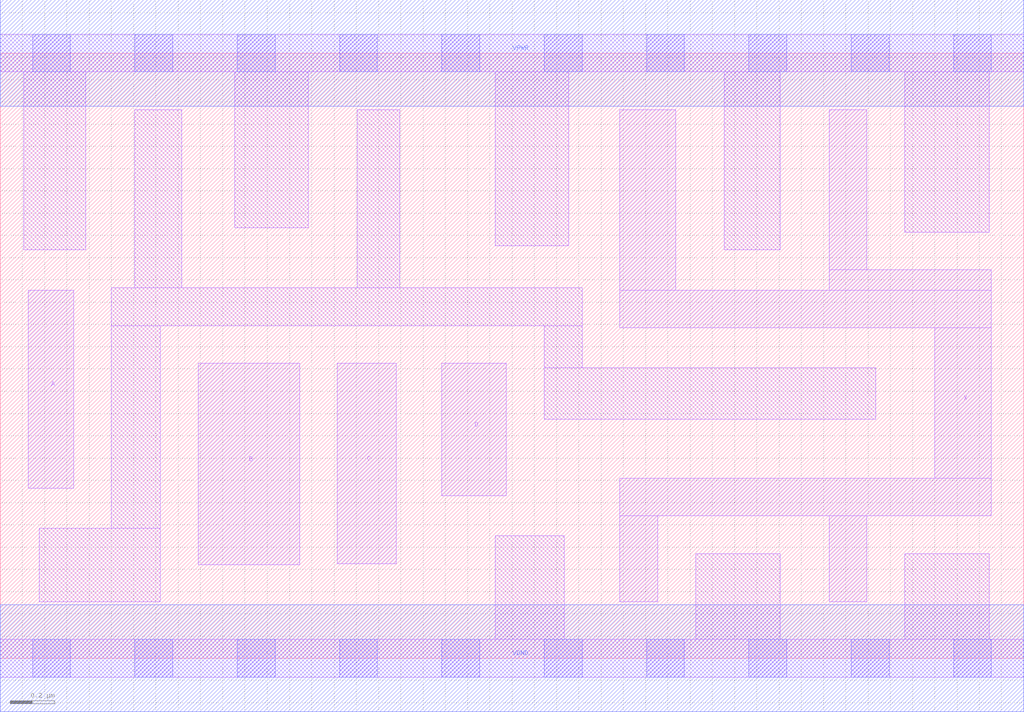
<source format=lef>
# Copyright 2020 The SkyWater PDK Authors
#
# Licensed under the Apache License, Version 2.0 (the "License");
# you may not use this file except in compliance with the License.
# You may obtain a copy of the License at
#
#     https://www.apache.org/licenses/LICENSE-2.0
#
# Unless required by applicable law or agreed to in writing, software
# distributed under the License is distributed on an "AS IS" BASIS,
# WITHOUT WARRANTIES OR CONDITIONS OF ANY KIND, either express or implied.
# See the License for the specific language governing permissions and
# limitations under the License.
#
# SPDX-License-Identifier: Apache-2.0

VERSION 5.7 ;
  NAMESCASESENSITIVE ON ;
  NOWIREEXTENSIONATPIN ON ;
  DIVIDERCHAR "/" ;
  BUSBITCHARS "[]" ;
UNITS
  DATABASE MICRONS 200 ;
END UNITS
PROPERTYDEFINITIONS
  MACRO maskLayoutSubType STRING ;
  MACRO prCellType STRING ;
  MACRO originalViewName STRING ;
END PROPERTYDEFINITIONS
MACRO sky130_fd_sc_hdll__and4_4
  CLASS CORE ;
  FOREIGN sky130_fd_sc_hdll__and4_4 ;
  ORIGIN  0.000000  0.000000 ;
  SIZE  4.600000 BY  2.720000 ;
  SYMMETRY X Y R90 ;
  SITE unithd ;
  PIN A
    ANTENNAGATEAREA  0.277500 ;
    DIRECTION INPUT ;
    USE SIGNAL ;
    PORT
      LAYER li1 ;
        RECT 0.125000 0.765000 0.330000 1.655000 ;
    END
  END A
  PIN B
    ANTENNAGATEAREA  0.277500 ;
    DIRECTION INPUT ;
    USE SIGNAL ;
    PORT
      LAYER li1 ;
        RECT 0.890000 0.420000 1.345000 1.325000 ;
    END
  END B
  PIN C
    ANTENNAGATEAREA  0.277500 ;
    DIRECTION INPUT ;
    USE SIGNAL ;
    PORT
      LAYER li1 ;
        RECT 1.515000 0.425000 1.780000 1.325000 ;
    END
  END C
  PIN D
    ANTENNAGATEAREA  0.277500 ;
    DIRECTION INPUT ;
    USE SIGNAL ;
    PORT
      LAYER li1 ;
        RECT 1.985000 0.730000 2.275000 1.325000 ;
    END
  END D
  PIN X
    ANTENNADIFFAREA  1.028500 ;
    DIRECTION OUTPUT ;
    USE SIGNAL ;
    PORT
      LAYER li1 ;
        RECT 2.785000 0.255000 2.955000 0.640000 ;
        RECT 2.785000 0.640000 4.455000 0.810000 ;
        RECT 2.785000 1.485000 4.455000 1.655000 ;
        RECT 2.785000 1.655000 3.035000 2.465000 ;
        RECT 3.725000 0.255000 3.895000 0.640000 ;
        RECT 3.725000 1.655000 4.455000 1.745000 ;
        RECT 3.725000 1.745000 3.895000 2.465000 ;
        RECT 4.200000 0.810000 4.455000 1.485000 ;
    END
  END X
  PIN VGND
    DIRECTION INOUT ;
    USE GROUND ;
    PORT
      LAYER met1 ;
        RECT 0.000000 -0.240000 4.600000 0.240000 ;
    END
  END VGND
  PIN VPWR
    DIRECTION INOUT ;
    USE POWER ;
    PORT
      LAYER met1 ;
        RECT 0.000000 2.480000 4.600000 2.960000 ;
    END
  END VPWR
  OBS
    LAYER li1 ;
      RECT 0.000000 -0.085000 4.600000 0.085000 ;
      RECT 0.000000  2.635000 4.600000 2.805000 ;
      RECT 0.105000  1.835000 0.385000 2.635000 ;
      RECT 0.175000  0.255000 0.720000 0.585000 ;
      RECT 0.500000  0.585000 0.720000 1.495000 ;
      RECT 0.500000  1.495000 2.615000 1.665000 ;
      RECT 0.605000  1.665000 0.815000 2.465000 ;
      RECT 1.055000  1.935000 1.385000 2.635000 ;
      RECT 1.605000  1.665000 1.795000 2.465000 ;
      RECT 2.225000  0.085000 2.535000 0.550000 ;
      RECT 2.225000  1.855000 2.555000 2.635000 ;
      RECT 2.445000  1.075000 3.935000 1.305000 ;
      RECT 2.445000  1.305000 2.615000 1.495000 ;
      RECT 3.125000  0.085000 3.505000 0.470000 ;
      RECT 3.255000  1.835000 3.505000 2.635000 ;
      RECT 4.065000  0.085000 4.445000 0.470000 ;
      RECT 4.065000  1.915000 4.445000 2.635000 ;
    LAYER mcon ;
      RECT 0.145000 -0.085000 0.315000 0.085000 ;
      RECT 0.145000  2.635000 0.315000 2.805000 ;
      RECT 0.605000 -0.085000 0.775000 0.085000 ;
      RECT 0.605000  2.635000 0.775000 2.805000 ;
      RECT 1.065000 -0.085000 1.235000 0.085000 ;
      RECT 1.065000  2.635000 1.235000 2.805000 ;
      RECT 1.525000 -0.085000 1.695000 0.085000 ;
      RECT 1.525000  2.635000 1.695000 2.805000 ;
      RECT 1.985000 -0.085000 2.155000 0.085000 ;
      RECT 1.985000  2.635000 2.155000 2.805000 ;
      RECT 2.445000 -0.085000 2.615000 0.085000 ;
      RECT 2.445000  2.635000 2.615000 2.805000 ;
      RECT 2.905000 -0.085000 3.075000 0.085000 ;
      RECT 2.905000  2.635000 3.075000 2.805000 ;
      RECT 3.365000 -0.085000 3.535000 0.085000 ;
      RECT 3.365000  2.635000 3.535000 2.805000 ;
      RECT 3.825000 -0.085000 3.995000 0.085000 ;
      RECT 3.825000  2.635000 3.995000 2.805000 ;
      RECT 4.285000 -0.085000 4.455000 0.085000 ;
      RECT 4.285000  2.635000 4.455000 2.805000 ;
  END
  PROPERTY maskLayoutSubType "abstract" ;
  PROPERTY prCellType "standard" ;
  PROPERTY originalViewName "layout" ;
END sky130_fd_sc_hdll__and4_4

</source>
